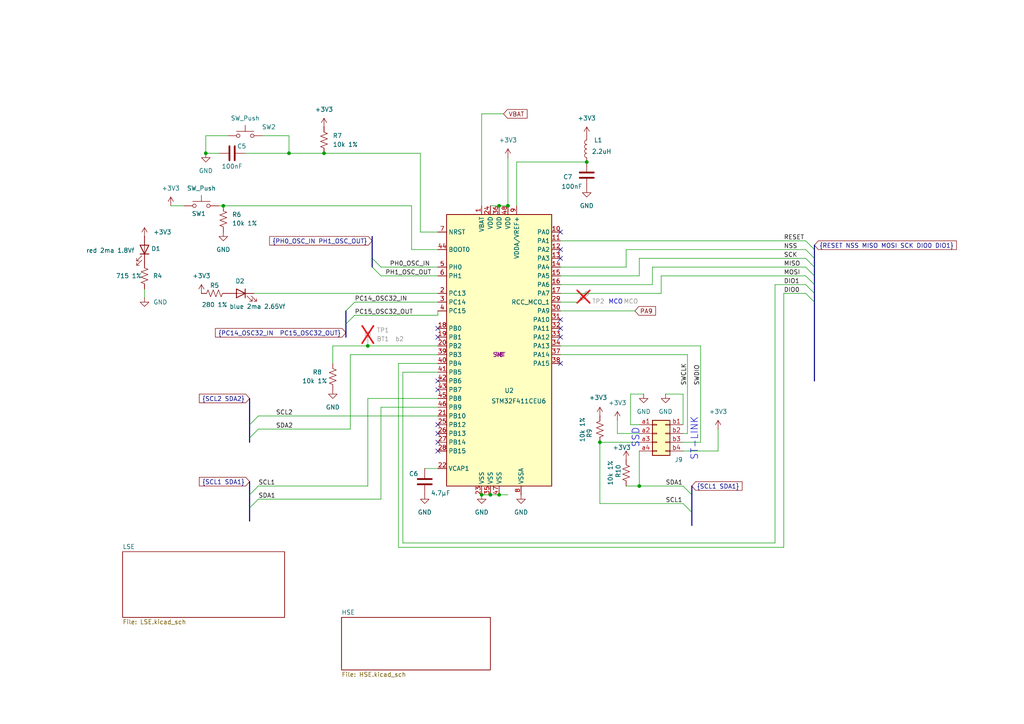
<source format=kicad_sch>
(kicad_sch (version 20250114) (generator "eeschema") (generator_version "9.0")
  (paper "A4")
  (title_block (title "F411-RFM95W") (date "2025-09-09") (rev "v0.1.0"))
  (lib_symbols
    (symbol "ProjectLib:C" (pin_numbers (hide yes)) (pin_names (offset 0.254))
      (property "Reference" "C" (at 0.635 2.54 0))
      (property "Value" "C" (at 0.635 -2.54 0))
      (symbol "C_0_1"
        (polyline (pts (xy -2.032 0.762) (xy 2.032 0.762)) (stroke (width 0.508)))
        (polyline (pts (xy -2.032 -0.762) (xy 2.032 -0.762)) (stroke (width 0.508)))
      )
      (symbol "C_1_1"
        (pin passive line (at 0 3.81 270) (length 2.794) (name "~") (number "1"))
        (pin passive line (at 0 -3.81 90) (length 2.794) (name "~") (number "2"))
      )
    )
    (symbol "ProjectLib:Conn_02x04_Row_Letter_First" (pin_names (offset 1.016) (hide yes))
      (property "Reference" "J" (at 1.27 5.08 0))
      (property "Value" "Conn_02x04_Row_Letter_First" (at 1.27 -7.62 0))
      (symbol "Conn_02x04_Row_Letter_First_1_1"
        (rectangle (start -1.27 3.81) (end 3.81 -6.35) (stroke (width 0.254)) (fill (type background)))
        (rectangle (start -1.27 2.667) (end 0 2.413) (stroke (width 0.1524)))
        (rectangle (start -1.27 0.127) (end 0 -0.127) (stroke (width 0.1524)))
        (rectangle (start -1.27 -2.413) (end 0 -2.667) (stroke (width 0.1524)))
        (rectangle (start -1.27 -4.953) (end 0 -5.207) (stroke (width 0.1524)))
        (rectangle (start 3.81 2.667) (end 2.54 2.413) (stroke (width 0.1524)))
        (rectangle (start 3.81 0.127) (end 2.54 -0.127) (stroke (width 0.1524)))
        (rectangle (start 3.81 -2.413) (end 2.54 -2.667) (stroke (width 0.1524)))
        (rectangle (start 3.81 -4.953) (end 2.54 -5.207) (stroke (width 0.1524)))
        (pin passive line (at -5.08 2.54 0) (length 3.81) (name "Pin_a1") (number "a1"))
        (pin passive line (at -5.08 0 0) (length 3.81) (name "Pin_a2") (number "a2"))
        (pin passive line (at -5.08 -2.54 0) (length 3.81) (name "Pin_a3") (number "a3"))
        (pin passive line (at -5.08 -5.08 0) (length 3.81) (name "Pin_a4") (number "a4"))
        (pin passive line (at 7.62 2.54 180) (length 3.81) (name "Pin_b1") (number "b1"))
        (pin passive line (at 7.62 0 180) (length 3.81) (name "Pin_b2") (number "b2"))
        (pin passive line (at 7.62 -2.54 180) (length 3.81) (name "Pin_b3") (number "b3"))
        (pin passive line (at 7.62 -5.08 180) (length 3.81) (name "Pin_b4") (number "b4"))
      )
    )
    (symbol "ProjectLib:L" (pin_numbers (hide yes)) (pin_names (offset 1.016) (hide yes))
      (property "Reference" "L" (at -1.27 0 90))
      (property "Value" "L" (at 1.905 0 90))
      (symbol "L_0_1"
        (arc (start 0 2.54) (mid 0.6323 1.905) (end 0 1.27))
        (arc (start 0 1.27) (mid 0.6323 0.635) (end 0 0))
        (arc (start 0 0) (mid 0.6323 -0.635) (end 0 -1.27))
        (arc (start 0 -1.27) (mid 0.6323 -1.905) (end 0 -2.54))
      )
      (symbol "L_1_1"
        (pin passive line (at 0 3.81 270) (length 1.27) (name "1") (number "1"))
        (pin passive line (at 0 -3.81 90) (length 1.27) (name "2") (number "2"))
      )
    )
    (symbol "ProjectLib:LED" (pin_numbers (hide yes)) (pin_names (offset 1.016) (hide yes))
      (property "Reference" "D" (at 0 2.54 0))
      (property "Value" "LED" (at 0 -2.54 0))
      (symbol "LED_0_1"
        (polyline (pts (xy -3.048 -0.762) (xy -4.572 -2.286) (xy -3.81 -2.286) (xy -4.572 -2.286) (xy -4.572 -1.524)))
        (polyline (pts (xy -1.778 -0.762) (xy -3.302 -2.286) (xy -2.54 -2.286) (xy -3.302 -2.286) (xy -3.302 -1.524)))
        (polyline (pts (xy -1.27 0) (xy 1.27 0)))
        (polyline (pts (xy -1.27 -1.27) (xy -1.27 1.27)) (stroke (width 0.254)))
        (polyline (pts (xy 1.27 -1.27) (xy 1.27 1.27) (xy -1.27 0) (xy 1.27 -1.27)) (stroke (width 0.254)))
      )
      (symbol "LED_1_1"
        (pin passive line (at -3.81 0 0) (length 2.54) (name "K") (number "1"))
        (pin passive line (at 3.81 0 180) (length 2.54) (name "A") (number "2"))
      )
    )
    (symbol "ProjectLib:R_US" (pin_numbers (hide yes)) (pin_names (offset 0))
      (property "Reference" "R" (at 2.54 0 90))
      (property "Value" "R_US" (at -2.54 0 90))
      (symbol "R_US_0_1"
        (polyline (pts (xy 0 2.286) (xy 0 2.54)))
        (polyline (pts (xy 0 2.286) (xy 1.016 1.905) (xy 0 1.524) (xy -1.016 1.143) (xy 0 0.762)))
        (polyline (pts (xy 0 0.762) (xy 1.016 0.381) (xy 0 0) (xy -1.016 -0.381) (xy 0 -0.762)))
        (polyline (pts (xy 0 -0.762) (xy 1.016 -1.143) (xy 0 -1.524) (xy -1.016 -1.905) (xy 0 -2.286)))
        (polyline (pts (xy 0 -2.286) (xy 0 -2.54)))
      )
      (symbol "R_US_1_1"
        (pin passive line (at 0 3.81 270) (length 1.27) (name "~") (number "1"))
        (pin passive line (at 0 -3.81 90) (length 1.27) (name "~") (number "2"))
      )
    )
    (symbol "ProjectLib:STM32F411CEUx"
      (property "Reference" "U" (at -15.24 41.91 0))
      (property "Value" "STM32F411CEUx" (at 7.62 41.91 0))
      (symbol "STM32F411CEUx_0_1"
        (rectangle (start -15.24 40.64) (end 15.24 -38.1) (stroke (width 0.254)) (fill (type background)))
      )
      (symbol "STM32F411CEUx_1_1"
        (pin input line (at -17.78 35.56 0) (length 2.54) (name "NRST") (number "7"))
        (pin input line (at -17.78 30.48 0) (length 2.54) (name "BOOT0") (number "44"))
        (pin bidirectional line (at -17.78 25.4 0) (length 2.54) (name "PH0") (number "5"))
        (pin bidirectional line (at -17.78 22.86 0) (length 2.54) (name "PH1") (number "6"))
        (pin bidirectional line (at -17.78 17.78 0) (length 2.54) (name "PC13") (number "2"))
        (pin bidirectional line (at -17.78 15.24 0) (length 2.54) (name "PC14") (number "3"))
        (pin bidirectional line (at -17.78 12.7 0) (length 2.54) (name "PC15") (number "4"))
        (pin bidirectional line (at -17.78 7.62 0) (length 2.54) (name "PB0") (number "18"))
        (pin bidirectional line (at -17.78 5.08 0) (length 2.54) (name "PB1") (number "19"))
        (pin bidirectional line (at -17.78 2.54 0) (length 2.54) (name "PB2") (number "20"))
        (pin bidirectional line (at -17.78 0 0) (length 2.54) (name "PB3") (number "39"))
        (pin bidirectional line (at -17.78 -2.54 0) (length 2.54) (name "PB4") (number "40"))
        (pin bidirectional line (at -17.78 -5.08 0) (length 2.54) (name "PB5") (number "41"))
        (pin bidirectional line (at -17.78 -7.62 0) (length 2.54) (name "PB6") (number "42"))
        (pin bidirectional line (at -17.78 -10.16 0) (length 2.54) (name "PB7") (number "43"))
        (pin bidirectional line (at -17.78 -12.7 0) (length 2.54) (name "PB8") (number "45"))
        (pin bidirectional line (at -17.78 -15.24 0) (length 2.54) (name "PB9") (number "46"))
        (pin bidirectional line (at -17.78 -17.78 0) (length 2.54) (name "PB10") (number "21"))
        (pin bidirectional line (at -17.78 -20.32 0) (length 2.54) (name "PB12") (number "25"))
        (pin bidirectional line (at -17.78 -22.86 0) (length 2.54) (name "PB13") (number "26"))
        (pin bidirectional line (at -17.78 -25.4 0) (length 2.54) (name "PB14") (number "27"))
        (pin bidirectional line (at -17.78 -27.94 0) (length 2.54) (name "PB15") (number "28"))
        (pin power_out line (at -17.78 -33.02 0) (length 2.54) (name "VCAP1") (number "22"))
        (pin power_in line (at -5.08 43.18 270) (length 2.54) (name "VBAT") (number "1"))
        (pin power_in line (at -5.08 -40.64 90) (length 2.54) (name "VSS") (number "23"))
        (pin power_in line (at -2.54 43.18 270) (length 2.54) (name "VDD") (number "24"))
        (pin power_in line (at -2.54 -40.64 90) (length 2.54) (name "VSS") (number "35"))
        (pin power_in line (at 0 43.18 270) (length 2.54) (name "VDD") (number "36"))
        (pin power_in line (at 0 -40.64 90) (length 2.54) (name "VSS") (number "47"))
        (pin power_in line (at 2.54 43.18 270) (length 2.54) (name "VDD") (number "48"))
        (pin power_in line (at 2.54 -40.64 90) (length 2.54) (hide yes) (name "VSS") (number "49"))
        (pin input line (at 5.08 43.18 270) (length 2.54) (name "VDDA/VREF+") (number "9"))
        (pin power_in line (at 6.35 -40.64 90) (length 2.54) (name "VSSA") (number "8"))
        (pin bidirectional line (at 17.78 35.56 180) (length 2.54) (name "PA0") (number "10"))
        (pin bidirectional line (at 17.78 33.02 180) (length 2.54) (name "PA1") (number "11"))
        (pin bidirectional line (at 17.78 30.48 180) (length 2.54) (name "PA2") (number "12"))
        (pin bidirectional line (at 17.78 27.94 180) (length 2.54) (name "PA3") (number "13"))
        (pin bidirectional line (at 17.78 25.4 180) (length 2.54) (name "PA4") (number "14"))
        (pin bidirectional line (at 17.78 22.86 180) (length 2.54) (name "PA5") (number "15"))
        (pin bidirectional line (at 17.78 20.32 180) (length 2.54) (name "PA6") (number "16"))
        (pin bidirectional line (at 17.78 17.78 180) (length 2.54) (name "PA7") (number "17"))
        (pin bidirectional line (at 17.78 15.24 180) (length 2.54) (name "PA8") (number "29") (alternate "RCC_MCO_1" bidirectional line))
        (pin bidirectional line (at 17.78 12.7 180) (length 2.54) (name "PA9") (number "30"))
        (pin bidirectional line (at 17.78 10.16 180) (length 2.54) (name "PA10") (number "31"))
        (pin bidirectional line (at 17.78 7.62 180) (length 2.54) (name "PA11") (number "32"))
        (pin bidirectional line (at 17.78 5.08 180) (length 2.54) (name "PA12") (number "33"))
        (pin bidirectional line (at 17.78 2.54 180) (length 2.54) (name "PA13") (number "34"))
        (pin bidirectional line (at 17.78 0 180) (length 2.54) (name "PA14") (number "37"))
        (pin bidirectional line (at 17.78 -2.54 180) (length 2.54) (name "PA15") (number "38"))
      )
    )
    (symbol "ProjectLib:SW_Push" (pin_numbers (hide yes)) (pin_names (offset 1.016) (hide yes))
      (property "Reference" "SW" (at 1.27 2.54 0))
      (property "Value" "SW_Push" (at 0 -1.524 0))
      (symbol "SW_Push_0_1"
        (circle (center -2.032 0) (radius 0.508))
        (polyline (pts (xy 0 1.27) (xy 0 3.048)))
        (circle (center 2.032 0) (radius 0.508))
        (polyline (pts (xy 2.54 1.27) (xy -2.54 1.27)))
        (pin passive line (at -5.08 0 0) (length 2.54) (name "1") (number "1"))
        (pin passive line (at 5.08 0 180) (length 2.54) (name "2") (number "2"))
      )
    )
    (symbol "ProjectLib:TestPoint" (pin_numbers (hide yes)) (pin_names (offset 0.762) (hide yes))
      (property "Reference" "TP" (at 0 6.858 0))
      (property "Value" "TestPoint" (at 0 5.08 0))
      (symbol "TestPoint_0_1"
        (circle (center 0 3.302) (radius 0.762))
      )
      (symbol "TestPoint_1_1"
        (pin passive line (at 0 0 90) (length 2.54) (name "1") (number "1"))
      )
    )
    (symbol "ProjectLib:TestPoint_Probe" (pin_numbers (hide yes)) (pin_names (offset 0.762) (hide yes)) (in_bom no)
      (property "Reference" "TP" (at 1.651 5.842 0))
      (property "Value" "TestPoint_Probe" (at 1.651 4.064 0))
      (symbol "TestPoint_Probe_0_1"
        (polyline (pts (xy 1.27 0.762) (xy 0 0) (xy 0.762 1.27) (xy 1.27 0.762)) (fill (type outline)))
        (polyline (pts (xy 1.397 0.635) (xy 0.635 1.397) (xy 2.413 3.175) (xy 3.175 2.413) (xy 1.397 0.635)) (fill (type background)))
      )
      (symbol "TestPoint_Probe_1_1"
        (pin passive line (at 0 0 90) (length 0) (name "1") (number "1"))
      )
    )
    (symbol "power:+3V3" (power) (pin_numbers (hide yes)) (pin_names (offset 0) (hide yes))
      (property "Value" "+3V3" (at 0 3.556 0))
      (symbol "+3V3_0_1"
        (polyline (pts (xy -0.762 1.27) (xy 0 2.54)))
        (polyline (pts (xy 0 2.54) (xy 0.762 1.27)))
        (polyline (pts (xy 0 0) (xy 0 2.54)))
      )
      (symbol "+3V3_1_1"
        (pin power_in line (at 0 0 90) (length 0) (name "~") (number "1"))
      )
    )
    (symbol "power:GND" (power) (pin_numbers (hide yes)) (pin_names (offset 0) (hide yes))
      (property "Value" "GND" (at 0 -3.81 0))
      (symbol "GND_0_1"
        (polyline (pts (xy 0 0) (xy 0 -1.27) (xy 1.27 -1.27) (xy 0 -2.54) (xy -1.27 -1.27) (xy 0 -1.27)))
      )
      (symbol "GND_1_1"
        (pin power_in line (at 0 0 270) (length 0) (name "~") (number "1"))
      )
    )
  )
  (text "MCO" (at 178.562 87.63 0) (effects (font (size 1.27 1.27))))
  (text "SSD" (at 184.404 127 90) (effects (font (size 2 2))))
  (text "ST-LINK" (at 201.422 127.254 90) (effects (font (size 2 2))))
  (junction (at 170.18 46.99))
  (junction (at 142.24 143.51))
  (junction (at 93.98 44.45))
  (junction (at 185.42 140.97))
  (junction (at 147.32 59.69))
  (junction (at 59.69 44.45))
  (junction (at 144.78 143.51))
  (junction (at 64.77 59.69))
  (junction (at 83.82 44.45))
  (junction (at 139.7 143.51))
  (junction (at 106.68 100.33))
  (junction (at 173.99 128.27))
  (junction (at 144.78 59.69))
  (no_connect (at 127 110.49))
  (no_connect (at 127 128.27))
  (no_connect (at 162.56 105.41))
  (no_connect (at 162.56 92.71))
  (no_connect (at 127 113.03))
  (no_connect (at 127 95.25))
  (no_connect (at 162.56 95.25))
  (no_connect (at 162.56 74.93))
  (no_connect (at 127 130.81))
  (no_connect (at 127 97.79))
  (no_connect (at 127 123.19))
  (no_connect (at 127 125.73))
  (no_connect (at 162.56 97.79))
  (no_connect (at 162.56 67.31))
  (no_connect (at 162.56 72.39))
  (bus_entry (at 72.39 123.19) (size 2.54 -2.54))
  (bus_entry (at 72.39 127) (size 2.54 -2.54))
  (bus_entry (at 72.39 143.51) (size 2.54 -2.54))
  (bus_entry (at 236.22 85.09) (size -2.54 -2.54))
  (bus_entry (at 100.33 90.17) (size 2.54 -2.54))
  (bus_entry (at 236.22 77.47) (size -2.54 -2.54))
  (bus_entry (at 236.22 74.93) (size -2.54 -2.54))
  (bus_entry (at 236.22 87.63) (size -2.54 -2.54))
  (bus_entry (at 107.95 74.93) (size 2.54 2.54))
  (bus_entry (at 200.66 143.51) (size -2.54 -2.54))
  (bus_entry (at 100.33 93.98) (size 2.54 -2.54))
  (bus_entry (at 236.22 80.01) (size -2.54 -2.54))
  (bus_entry (at 236.22 82.55) (size -2.54 -2.54))
  (bus_entry (at 107.95 77.47) (size 2.54 2.54))
  (bus_entry (at 236.22 72.39) (size -2.54 -2.54))
  (bus_entry (at 72.39 147.32) (size 2.54 -2.54))
  (bus_entry (at 200.66 148.59) (size -2.54 -2.54))
  (wire (pts (xy 101.6 124.46) (xy 74.93 124.46)))
  (wire (pts (xy 162.56 87.63) (xy 167.64 87.63)))
  (wire (pts (xy 139.7 33.02) (xy 146.05 33.02)))
  (wire (pts (xy 185.42 80.01) (xy 185.42 74.93)))
  (wire (pts (xy 149.86 46.99) (xy 170.18 46.99)))
  (wire (pts (xy 110.49 77.47) (xy 127 77.47)))
  (wire (pts (xy 83.82 44.45) (xy 83.82 39.37)))
  (bus (pts (xy 236.22 77.47) (xy 236.22 80.01)))
  (bus (pts (xy 72.39 115.57) (xy 72.39 123.19)))
  (wire (pts (xy 59.69 39.37) (xy 59.69 44.45)))
  (wire (pts (xy 162.56 82.55) (xy 189.23 82.55)))
  (wire (pts (xy 121.92 44.45) (xy 93.98 44.45)))
  (bus (pts (xy 236.22 74.93) (xy 236.22 77.47)))
  (bus (pts (xy 236.22 82.55) (xy 236.22 85.09)))
  (wire (pts (xy 224.79 157.48) (xy 224.79 82.55)))
  (wire (pts (xy 208.28 124.46) (xy 208.28 130.81)))
  (bus (pts (xy 100.33 90.17) (xy 100.33 93.98)))
  (wire (pts (xy 193.04 114.3) (xy 198.12 114.3)))
  (wire (pts (xy 162.56 80.01) (xy 185.42 80.01)))
  (wire (pts (xy 102.87 87.63) (xy 127 87.63)))
  (wire (pts (xy 144.78 143.51) (xy 147.32 143.51)))
  (wire (pts (xy 162.56 102.87) (xy 199.39 102.87)))
  (bus (pts (xy 72.39 143.51) (xy 72.39 147.32)))
  (wire (pts (xy 182.88 123.19) (xy 185.42 123.19)))
  (wire (pts (xy 189.23 82.55) (xy 189.23 77.47)))
  (bus (pts (xy 236.22 87.63) (xy 236.22 110.49)))
  (wire (pts (xy 41.91 83.82) (xy 41.91 86.36)))
  (wire (pts (xy 101.6 102.87) (xy 127 102.87)))
  (wire (pts (xy 191.77 85.09) (xy 191.77 80.01)))
  (wire (pts (xy 127 91.44) (xy 127 90.17)))
  (wire (pts (xy 110.49 80.01) (xy 127 80.01)))
  (wire (pts (xy 106.68 115.57) (xy 106.68 140.97)))
  (wire (pts (xy 199.39 102.87) (xy 199.39 125.73)))
  (wire (pts (xy 110.49 144.78) (xy 110.49 118.11)))
  (wire (pts (xy 142.24 59.69) (xy 144.78 59.69)))
  (wire (pts (xy 179.07 121.92) (xy 179.07 125.73)))
  (wire (pts (xy 162.56 85.09) (xy 191.77 85.09)))
  (wire (pts (xy 116.84 107.95) (xy 116.84 157.48)))
  (wire (pts (xy 162.56 100.33) (xy 203.2 100.33)))
  (wire (pts (xy 121.92 44.45) (xy 121.92 67.31)))
  (wire (pts (xy 74.93 120.65) (xy 127 120.65)))
  (wire (pts (xy 227.33 85.09) (xy 227.33 158.75)))
  (wire (pts (xy 83.82 44.45) (xy 93.98 44.45)))
  (bus (pts (xy 236.22 72.39) (xy 236.22 74.93)))
  (wire (pts (xy 147.32 45.72) (xy 147.32 59.69)))
  (wire (pts (xy 119.38 59.69) (xy 119.38 72.39)))
  (wire (pts (xy 96.52 100.33) (xy 96.52 105.41)))
  (bus (pts (xy 107.95 68.58) (xy 107.95 74.93)))
  (wire (pts (xy 179.07 125.73) (xy 185.42 125.73)))
  (wire (pts (xy 227.33 85.09) (xy 233.68 85.09)))
  (bus (pts (xy 236.22 71.12) (xy 236.22 72.39)))
  (wire (pts (xy 173.99 146.05) (xy 198.12 146.05)))
  (wire (pts (xy 106.68 100.33) (xy 96.52 100.33)))
  (wire (pts (xy 162.56 77.47) (xy 181.61 77.47)))
  (wire (pts (xy 162.56 90.17) (xy 184.15 90.17)))
  (wire (pts (xy 139.7 33.02) (xy 139.7 59.69)))
  (wire (pts (xy 181.61 77.47) (xy 181.61 72.39)))
  (wire (pts (xy 198.12 114.3) (xy 198.12 123.19)))
  (bus (pts (xy 200.66 143.51) (xy 200.66 148.59)))
  (wire (pts (xy 76.2 39.37) (xy 83.82 39.37)))
  (wire (pts (xy 101.6 102.87) (xy 101.6 124.46)))
  (bus (pts (xy 236.22 85.09) (xy 236.22 87.63)))
  (bus (pts (xy 72.39 139.7) (xy 72.39 143.51)))
  (wire (pts (xy 185.42 130.81) (xy 185.42 140.97)))
  (wire (pts (xy 119.38 72.39) (xy 127 72.39)))
  (wire (pts (xy 127 105.41) (xy 115.57 105.41)))
  (wire (pts (xy 191.77 80.01) (xy 233.68 80.01)))
  (wire (pts (xy 203.2 128.27) (xy 198.12 128.27)))
  (bus (pts (xy 72.39 127) (xy 72.39 128.27)))
  (bus (pts (xy 200.66 148.59) (xy 200.66 152.4)))
  (wire (pts (xy 71.12 44.45) (xy 83.82 44.45)))
  (wire (pts (xy 127 115.57) (xy 106.68 115.57)))
  (wire (pts (xy 139.7 143.51) (xy 142.24 143.51)))
  (wire (pts (xy 144.78 59.69) (xy 147.32 59.69)))
  (wire (pts (xy 224.79 82.55) (xy 233.68 82.55)))
  (wire (pts (xy 49.53 59.69) (xy 53.34 59.69)))
  (wire (pts (xy 186.69 114.3) (xy 182.88 114.3)))
  (wire (pts (xy 162.56 69.85) (xy 233.68 69.85)))
  (wire (pts (xy 102.87 91.44) (xy 127 91.44)))
  (wire (pts (xy 116.84 157.48) (xy 224.79 157.48)))
  (wire (pts (xy 182.88 114.3) (xy 182.88 123.19)))
  (bus (pts (xy 72.39 123.19) (xy 72.39 127)))
  (wire (pts (xy 74.93 144.78) (xy 110.49 144.78)))
  (bus (pts (xy 236.22 80.01) (xy 236.22 82.55)))
  (wire (pts (xy 142.24 143.51) (xy 144.78 143.51)))
  (wire (pts (xy 59.69 39.37) (xy 66.04 39.37)))
  (wire (pts (xy 181.61 140.97) (xy 185.42 140.97)))
  (wire (pts (xy 185.42 140.97) (xy 198.12 140.97)))
  (wire (pts (xy 198.12 130.81) (xy 208.28 130.81)))
  (wire (pts (xy 227.33 158.75) (xy 115.57 158.75)))
  (wire (pts (xy 63.5 59.69) (xy 64.77 59.69)))
  (wire (pts (xy 123.19 135.89) (xy 127 135.89)))
  (wire (pts (xy 59.69 44.45) (xy 63.5 44.45)))
  (wire (pts (xy 121.92 67.31) (xy 127 67.31)))
  (wire (pts (xy 115.57 105.41) (xy 115.57 158.75)))
  (wire (pts (xy 198.12 125.73) (xy 199.39 125.73)))
  (wire (pts (xy 181.61 72.39) (xy 233.68 72.39)))
  (wire (pts (xy 106.68 100.33) (xy 127 100.33)))
  (wire (pts (xy 173.99 128.27) (xy 173.99 146.05)))
  (bus (pts (xy 72.39 147.32) (xy 72.39 151.13)))
  (wire (pts (xy 185.42 74.93) (xy 233.68 74.93)))
  (wire (pts (xy 189.23 77.47) (xy 233.68 77.47)))
  (wire (pts (xy 74.93 140.97) (xy 106.68 140.97)))
  (bus (pts (xy 100.33 93.98) (xy 100.33 97.79)))
  (wire (pts (xy 127 107.95) (xy 116.84 107.95)))
  (bus (pts (xy 107.95 74.93) (xy 107.95 77.47)))
  (bus (pts (xy 200.66 140.97) (xy 200.66 143.51)))
  (wire (pts (xy 203.2 100.33) (xy 203.2 128.27)))
  (wire (pts (xy 64.77 59.69) (xy 119.38 59.69)))
  (wire (pts (xy 173.99 128.27) (xy 185.42 128.27)))
  (wire (pts (xy 110.49 118.11) (xy 127 118.11)))
  (wire (pts (xy 73.66 85.09) (xy 127 85.09)))
  (wire (pts (xy 149.86 46.99) (xy 149.86 59.69)))
  (label "MOSI" (at 227.33 80.01 0))
  (label "SDA1" (at 74.93 144.78 0))
  (label "SDA2" (at 80.01 124.46 0))
  (label "SDA1" (at 193.04 140.97 0))
  (label "SWCLK" (at 199.39 111.76 90))
  (label "DIO1" (at 227.33 82.55 0))
  (label "NSS" (at 227.33 72.39 0))
  (label "SCL2" (at 80.01 120.65 0))
  (label "RESET" (at 227.33 69.85 0))
  (label "PC15_OSC32_OUT" (at 102.87 91.44 0))
  (label "SWDIO" (at 203.2 111.76 90))
  (label "SCL1" (at 74.93 140.97 0))
  (label "PH1_OSC_OUT" (at 111.76 80.01 0))
  (label "PC14_OSC32_IN" (at 102.87 87.63 0))
  (label "PH0_OSC_IN" (at 113.03 77.47 0))
  (label "MISO" (at 227.33 77.47 0))
  (label "SCK" (at 227.33 74.93 0))
  (label "DIO0" (at 227.33 85.09 0))
  (label "SCL1" (at 193.04 146.05 0))
  (global_label "{SCL1 SDA1}" (shape input) (at 200.66 140.97 0) (property "Intersheetrefs" "${INTERSHEET_REFS}" (effects (hide yes))))
  (global_label "{PH0_OSC_IN PH1_OSC_OUT}" (shape input) (at 107.95 69.85 180) (property "Intersheetrefs" "${INTERSHEET_REFS}" (effects (hide yes))))
  (global_label "{SCL1 SDA1}" (shape input) (at 72.39 139.7 180) (property "Intersheetrefs" "${INTERSHEET_REFS}" (effects (hide yes))))
  (global_label "{PC14_OSC32_IN  PC15_OSC32_OUT}" (shape input) (at 100.33 96.52 180) (property "Intersheetrefs" "${INTERSHEET_REFS}" (effects (hide yes))))
  (global_label "VBAT" (shape input) (at 146.05 33.02 0) (property "Intersheetrefs" "${INTERSHEET_REFS}" (effects (hide yes))))
  (global_label "PA9" (shape input) (at 184.15 90.17 0) (property "Intersheetrefs" "${INTERSHEET_REFS}" (effects (hide yes))))
  (global_label "{SCL2 SDA2}" (shape input) (at 72.39 115.57 180) (property "Intersheetrefs" "${INTERSHEET_REFS}" (effects (hide yes))))
  (global_label "{RESET NSS MISO MOSI SCK DIO0 DIO1}" (shape input) (at 236.22 71.12 0) (property "Intersheetrefs" "${INTERSHEET_REFS}" (effects (hide yes))))
  (symbol (lib_id "ProjectLib:R_US") (at 64.77 63.5 0) (unit 1)
    (property "Reference" "R6" (at 67.31 62.2299 0) (effects (justify left)))
    (property "Value" "10k 1%" (at 67.31 64.7699 0) (effects (justify left)))
    (property "Footprint" "ProjectLib:R_0402_1005Metric" (effects (hide yes)))
    (property "Description" "Resistor, US symbol" (effects (hide yes)))
    (property "MountType" "SMT" (effects (hide yes)))
    (property "pads" "2" (effects (hide yes)))
    (property "Package" "R_0402_1005Metric" (effects (hide yes)))
    (property "Notes" "or equivalent" (effects (hide yes)))
  )
  (symbol (lib_id "ProjectLib:TestPoint_Probe") (at 167.64 87.63 0) (unit 1) (in_bom no) (dnp yes)
    (property "Reference" "TP2" (at 171.704 87.376 0) (effects (justify left)))
    (property "Value" "MCO" (at 180.848 87.376 0) (effects (justify left)))
    (property "Footprint" "ProjectLib:TestPoint_Pad_D1.0mm" (effects (hide yes)))
    (property "Description" "test point" (effects (hide yes)))
    (property "MountType" "SMT" (effects (hide yes)))
  )
  (symbol (lib_id "ProjectLib:R_US") (at 181.61 137.16 0) (unit 1)
    (property "Reference" "R10" (at 179.324 136.652 90))
    (property "Value" "10k 1%" (at 177.038 137.16 90))
    (property "Footprint" "ProjectLib:R_0402_1005Metric" (effects (hide yes)))
    (property "Description" "Resistor, US symbol" (effects (hide yes)))
    (property "MountType" "SMT" (effects (hide yes)))
    (property "pads" "2" (effects (hide yes)))
    (property "Package" "R_0402_1005Metric" (effects (hide yes)))
    (property "Notes" "or equivalent" (effects (hide yes)))
  )
  (symbol (lib_id "power:+3V3") (at 170.18 39.37 0) (unit 1)
    (property "Reference" "#PWR022" (effects (hide yes)))
    (property "Value" "+3V3" (at 170.18 34.29 0))
    (property "Description" "Power symbol creates a global label with name \"+3V3\"" (effects (hide yes)))
  )
  (symbol (lib_id "power:GND") (at 64.77 67.31 0) (unit 1)
    (property "Reference" "#PWR015" (effects (hide yes)))
    (property "Value" "GND" (at 64.77 72.39 0))
    (property "Description" "Power symbol creates a global label with name \"GND\" , ground" (effects (hide yes)))
  )
  (symbol (lib_id "power:GND") (at 96.52 113.03 0) (unit 1)
    (property "Reference" "#PWR017" (effects (hide yes)))
    (property "Value" "GND" (at 96.52 118.11 0))
    (property "Description" "Power symbol creates a global label with name \"GND\" , ground" (effects (hide yes)))
  )
  (symbol (lib_id "power:+3V3") (at 49.53 59.69 0) (unit 1)
    (property "Reference" "#PWR012" (effects (hide yes)))
    (property "Value" "+3V3" (at 49.53 54.61 0))
    (property "Description" "Power symbol creates a global label with name \"+3V3\"" (effects (hide yes)))
  )
  (symbol (lib_id "ProjectLib:C") (at 123.19 139.7 0) (unit 1)
    (property "Reference" "C6" (at 118.618 137.414 0) (effects (justify left)))
    (property "Value" "4.7µF" (at 124.968 143.002 0) (effects (justify left)))
    (property "Footprint" "ProjectLib:C_0402_1005Metric" (effects (hide yes)))
    (property "Description" "Unpolarized capacitor" (effects (hide yes)))
    (property "MountType" "SMT" (effects (hide yes)))
    (property "pads" "2" (effects (hide yes)))
    (property "Package" "C_0402_1005Metric" (effects (hide yes)))
    (property "Notes" "or equivalent" (effects (hide yes)))
  )
  (symbol (lib_id "ProjectLib:LED") (at 69.85 85.09 0) (mirror y) (unit 1)
    (property "Reference" "D2" (at 69.596 81.534 0))
    (property "Value" "blue 2ma 2.65Vf" (at 74.676 88.9 0))
    (property "Footprint" "ProjectLib:LED_0603_1608Metric" (effects (hide yes)))
    (property "Description" "Light emitting diode" (effects (hide yes)))
    (property "Manufacturer" "Kingbright" (effects (hide yes)))
    (property "MfgPart" "APT1608LVBC/D" (effects (hide yes)))
    (property "MountType" "SMT" (effects (hide yes)))
    (property "Notes" "or equivalent " (effects (hide yes)))
    (property "pads" "2" (effects (hide yes)))
    (property "Package" "LED_0603_1608Metric" (effects (hide yes)))
  )
  (symbol (lib_id "ProjectLib:TestPoint") (at 106.68 100.33 0) (unit 1) (dnp yes)
    (property "Reference" "TP1" (at 109.22 95.7579 0) (effects (justify left)))
    (property "Value" "BT1  b2" (at 109.22 98.2979 0) (effects (justify left)))
    (property "Footprint" "ProjectLib:TestPoint_Pad_D1.0mm" (effects (hide yes)))
    (property "Description" "test point" (effects (hide yes)))
    (property "MountType" "SMT" (effects (hide yes)))
  )
  (symbol (lib_id "power:GND") (at 139.7 143.51 0) (unit 1)
    (property "Reference" "#PWR019" (effects (hide yes)))
    (property "Value" "GND" (at 139.7 148.59 0))
    (property "Description" "Power symbol creates a global label with name \"GND\" , ground" (effects (hide yes)))
  )
  (symbol (lib_id "power:GND") (at 59.69 44.45 0) (unit 1)
    (property "Reference" "#PWR014" (effects (hide yes)))
    (property "Value" "GND" (at 59.69 49.53 0))
    (property "Description" "Power symbol creates a global label with name \"GND\" , ground" (effects (hide yes)))
  )
  (symbol (lib_id "power:+3V3") (at 181.61 133.35 0) (mirror y) (unit 1)
    (property "Reference" "#PWR026" (effects (hide yes)))
    (property "Value" "+3V3" (at 180.34 129.794 0))
    (property "Description" "Power symbol creates a global label with name \"+3V3\"" (effects (hide yes)))
  )
  (symbol (lib_id "power:+3V3") (at 179.07 121.92 0) (unit 1)
    (property "Reference" "#PWR025" (effects (hide yes)))
    (property "Value" "+3V3" (at 179.07 116.84 0))
    (property "Description" "Power symbol creates a global label with name \"+3V3\"" (effects (hide yes)))
  )
  (symbol (lib_id "ProjectLib:R_US") (at 96.52 109.22 0) (unit 1)
    (property "Reference" "R8" (at 90.678 107.95 0) (effects (justify left)))
    (property "Value" "10k 1%" (at 87.63 110.49 0) (effects (justify left)))
    (property "Footprint" "ProjectLib:R_0402_1005Metric" (effects (hide yes)))
    (property "Description" "Resistor, US symbol" (effects (hide yes)))
    (property "MountType" "SMT" (effects (hide yes)))
    (property "pads" "2" (effects (hide yes)))
    (property "Package" "R_0402_1005Metric" (effects (hide yes)))
    (property "Notes" "or equivalent" (effects (hide yes)))
  )
  (symbol (lib_id "power:+3V3") (at 173.99 120.65 0) (unit 1)
    (property "Reference" "#PWR024" (effects (hide yes)))
    (property "Value" "+3V3" (at 173.482 115.316 0))
    (property "Description" "Power symbol creates a global label with name \"+3V3\"" (effects (hide yes)))
  )
  (symbol (lib_id "ProjectLib:Conn_02x04_Row_Letter_First") (at 190.5 125.73 0) (unit 1)
    (property "Reference" "J9" (at 196.85 133.35 0))
    (property "Value" "Conn_02x04_Top_Bottom" (effects (hide yes)))
    (property "Footprint" "ProjectLib:PinSocket_2x04_P2.54mm_Vertical_SMD" (effects (hide yes)))
    (property "Description" "Generic connector, double row, 02x04, row letter first pin numbering scheme (pin number consists of a letter for the row and a number for the pin index in this row. a1, ..., aN; b1, ..., bN), script generated (kicad-library-utils/schlib/autogen/connector/)" (effects (hide yes)))
    (property "Manufacturer" "Hong Cheng" (effects (hide yes)))
    (property "MfgPart" "HC-PM254-5.0H-2x4PS-02A" (effects (hide yes)))
    (property "Notes" "or equivalent" (effects (hide yes)))
    (property "MountType" "SMT" (effects (hide yes)))
    (property "Package" "2x04_P2.54mm, verticle pinsocket" (effects (hide yes)))
  )
  (symbol (lib_id "power:GND") (at 170.18 54.61 0) (unit 1)
    (property "Reference" "#PWR023" (effects (hide yes)))
    (property "Value" "GND" (at 170.18 59.69 0))
    (property "Description" "Power symbol creates a global label with name \"GND\" , ground" (effects (hide yes)))
  )
  (symbol (lib_id "ProjectLib:C") (at 67.31 44.45 90) (unit 1)
    (property "Reference" "C5" (at 70.104 42.418 90))
    (property "Value" "100nF" (at 67.31 48.26 90))
    (property "Footprint" "ProjectLib:C_0402_1005Metric" (effects (hide yes)))
    (property "Description" "Unpolarized capacitor" (effects (hide yes)))
    (property "MountType" "SMT" (effects (hide yes)))
    (property "pads" "2" (effects (hide yes)))
    (property "Package" "C_0402_1005Metric" (effects (hide yes)))
    (property "Notes" "or equivalent" (effects (hide yes)))
  )
  (symbol (lib_id "ProjectLib:SW_Push") (at 58.42 59.69 0) (unit 1)
    (property "Reference" "SW1" (at 57.658 61.976 0))
    (property "Value" "SW_Push" (at 58.42 54.61 0))
    (property "Footprint" "ProjectLib:SW_SPST_B3U-1000P" (effects (hide yes)))
    (property "Description" "Push button switch, generic, two pins" (effects (hide yes)))
    (property "MountType" "SMT" (effects (hide yes)))
    (property "Manufacturer" "Omron" (effects (hide yes)))
    (property "MfgPart" "B3U-1000P" (effects (hide yes)))
    (property "pads" "2" (effects (hide yes)))
    (property "Package" "SW_SPST_B3U-1000P" (effects (hide yes)))
    (property "Notes" "or equivalent" (effects (hide yes)))
  )
  (symbol (lib_id "ProjectLib:C") (at 170.18 50.8 0) (unit 1)
    (property "Reference" "C7" (at 163.322 51.308 0) (effects (justify left)))
    (property "Value" "100nF" (at 162.814 54.102 0) (effects (justify left)))
    (property "Footprint" "ProjectLib:C_0402_1005Metric" (effects (hide yes)))
    (property "Description" "Unpolarized capacitor" (effects (hide yes)))
    (property "MountType" "SMT" (effects (hide yes)))
    (property "pads" "2" (effects (hide yes)))
    (property "Package" "C_0402_1005Metric" (effects (hide yes)))
    (property "Notes" "or equivalent" (effects (hide yes)))
  )
  (symbol (lib_id "ProjectLib:SW_Push") (at 71.12 39.37 0) (unit 1)
    (property "Reference" "SW2" (at 77.978 36.83 0))
    (property "Value" "SW_Push" (at 71.12 34.29 0))
    (property "Footprint" "ProjectLib:SW_SPST_B3U-1000P" (effects (hide yes)))
    (property "Description" "Push button switch, generic, two pins" (effects (hide yes)))
    (property "MountType" "SMT" (effects (hide yes)))
    (property "Manufacturer" "Omron" (effects (hide yes)))
    (property "MfgPart" "B3U-1000P" (effects (hide yes)))
    (property "pads" "2" (effects (hide yes)))
    (property "Package" "SW_SPST_B3U-1000P" (effects (hide yes)))
    (property "Notes" "or equivalent" (effects (hide yes)))
  )
  (symbol (lib_id "ProjectLib:STM32F411CEUx") (at 144.78 102.87 0) (unit 1)
    (property "Reference" "U2" (at 146.304 113.284 0) (effects (justify left)))
    (property "Value" "STM32F411CEU6" (at 142.494 116.332 0) (effects (justify left)))
    (property "Footprint" "Package_DFN_QFN:QFN-48-1EP_7x7mm_P0.5mm_EP5.6x5.6mm" (effects (hide yes)))
    (property "Datasheet" "https://www.st.com/resource/en/datasheet/stm32f411ce.pdf" (effects (hide yes)))
    (property "Description" "STMicroelectronics Arm Cortex-M4 MCU, 512KB flash, 128KB RAM, 100 MHz, 1.7-3.6V, 36 GPIO, UFQFPN48" (effects (hide yes)))
    (property "Manufacturer" "STM" (effects (hide yes)))
    (property "MfgPart" "STM32F411CEU6" (effects (hide yes)))
    (property "MountType" "SMT" (at 144.78 102.87 0))
    (property "pads" "48" (at 144.78 102.87 0))
    (property "Package" "QFN-48-1EP_7x7mm_P0.5mm_EP5.6x5.6mm" (effects (hide yes)))
    (pin "29" (alternate "RCC_MCO_1"))
  )
  (symbol (lib_id "power:+3V3") (at 147.32 45.72 0) (unit 1)
    (property "Reference" "#PWR020" (effects (hide yes)))
    (property "Value" "+3V3" (at 147.32 40.64 0))
    (property "Description" "Power symbol creates a global label with name \"+3V3\"" (effects (hide yes)))
  )
  (symbol (lib_id "power:+3V3") (at 41.91 68.58 0) (unit 1)
    (property "Reference" "#PWR010" (effects (hide yes)))
    (property "Value" "+3V3" (at 44.45 67.3099 0) (effects (justify left)))
    (property "Description" "Power symbol creates a global label with name \"+3V3\"" (effects (hide yes)))
  )
  (symbol (lib_id "ProjectLib:L") (at 170.18 43.18 180) (unit 1)
    (property "Reference" "L1" (at 173.482 40.64 0))
    (property "Value" "2.2uH" (at 174.498 43.942 0))
    (property "Footprint" "ProjectLib:L_0402_1005Metric" (effects (hide yes)))
    (property "Description" "Inductor" (effects (hide yes)))
    (property "MountType" "SMT" (effects (hide yes)))
    (property "Manufacturer" "TDK" (effects (hide yes)))
    (property "MfgPart" " MLZ1005M2R2WT000" (effects (hide yes)))
    (property "Notes" "or equivalent" (effects (hide yes)))
    (property "pads" "2" (effects (hide yes)))
    (property "Package" "L_0402_1005Metric" (effects (hide yes)))
  )
  (symbol (lib_id "power:GND") (at 186.69 114.3 0) (unit 1)
    (property "Reference" "#PWR027" (effects (hide yes)))
    (property "Value" "GND" (at 186.69 119.38 0))
    (property "Description" "Power symbol creates a global label with name \"GND\" , ground" (effects (hide yes)))
  )
  (symbol (lib_id "power:+3V3") (at 93.98 36.83 0) (unit 1)
    (property "Reference" "#PWR016" (effects (hide yes)))
    (property "Value" "+3V3" (at 93.98 31.75 0))
    (property "Description" "Power symbol creates a global label with name \"+3V3\"" (effects (hide yes)))
  )
  (symbol (lib_id "power:GND") (at 151.13 143.51 0) (unit 1)
    (property "Reference" "#PWR021" (effects (hide yes)))
    (property "Value" "GND" (at 151.13 148.59 0))
    (property "Description" "Power symbol creates a global label with name \"GND\" , ground" (effects (hide yes)))
  )
  (symbol (lib_id "power:GND") (at 193.04 114.3 0) (unit 1)
    (property "Reference" "#PWR028" (effects (hide yes)))
    (property "Value" "GND" (at 193.04 119.38 0))
    (property "Description" "Power symbol creates a global label with name \"GND\" , ground" (effects (hide yes)))
  )
  (symbol (lib_id "power:+3V3") (at 208.28 124.46 0) (unit 1)
    (property "Reference" "#PWR029" (effects (hide yes)))
    (property "Value" "+3V3" (at 208.28 119.38 0))
    (property "Description" "Power symbol creates a global label with name \"+3V3\"" (effects (hide yes)))
  )
  (symbol (lib_id "ProjectLib:LED") (at 41.91 72.39 270) (mirror x) (unit 1)
    (property "Reference" "D1" (at 45.212 72.136 90))
    (property "Value" "red 2ma 1.8Vf" (at 32.004 72.644 90))
    (property "Footprint" "ProjectLib:LED_0603_1608Metric" (effects (hide yes)))
    (property "Description" "Light emitting diode" (effects (hide yes)))
    (property "Manufacturer" "Kingbright" (effects (hide yes)))
    (property "MfgPart" "APT1608LSECK/J3-PRV" (effects (hide yes)))
    (property "MountType" "SMT" (effects (hide yes)))
    (property "Notes" "or equivalent" (effects (hide yes)))
    (property "pads" "2" (effects (hide yes)))
    (property "Package" "LED_0603_1608Metric" (effects (hide yes)))
  )
  (symbol (lib_id "power:+3V3") (at 58.42 85.09 0) (unit 1)
    (property "Reference" "#PWR013" (effects (hide yes)))
    (property "Value" "+3V3" (at 58.42 80.01 0))
    (property "Description" "Power symbol creates a global label with name \"+3V3\"" (effects (hide yes)))
  )
  (symbol (lib_id "ProjectLib:R_US") (at 93.98 40.64 0) (unit 1)
    (property "Reference" "R7" (at 96.52 39.3699 0) (effects (justify left)))
    (property "Value" "10k 1%" (at 96.52 41.9099 0) (effects (justify left)))
    (property "Footprint" "ProjectLib:R_0402_1005Metric" (effects (hide yes)))
    (property "Description" "Resistor, US symbol" (effects (hide yes)))
    (property "MountType" "SMT" (effects (hide yes)))
    (property "pads" "2" (effects (hide yes)))
    (property "Package" "R_0402_1005Metric" (effects (hide yes)))
    (property "Notes" "or equivalent" (effects (hide yes)))
  )
  (symbol (lib_id "power:GND") (at 41.91 86.36 0) (unit 1)
    (property "Reference" "#PWR011" (effects (hide yes)))
    (property "Value" "GND" (at 44.45 87.6299 0) (effects (justify left)))
    (property "Description" "Power symbol creates a global label with name \"GND\" , ground" (effects (hide yes)))
  )
  (symbol (lib_id "ProjectLib:R_US") (at 173.99 124.46 0) (mirror y) (unit 1)
    (property "Reference" "R9" (at 170.942 127 90) (effects (justify left)))
    (property "Value" "10k 1%" (at 168.91 128.27 90) (effects (justify left)))
    (property "Footprint" "ProjectLib:R_0402_1005Metric" (effects (hide yes)))
    (property "Description" "Resistor, US symbol" (effects (hide yes)))
    (property "MountType" "SMT" (effects (hide yes)))
    (property "pads" "2" (effects (hide yes)))
    (property "Package" "R_0402_1005Metric" (effects (hide yes)))
    (property "Notes" "or equivalent" (effects (hide yes)))
  )
  (symbol (lib_id "ProjectLib:R_US") (at 62.23 85.09 90) (unit 1)
    (property "Reference" "R5" (at 62.23 82.804 90))
    (property "Value" "280 1%" (at 62.23 88.392 90))
    (property "Footprint" "ProjectLib:R_0402_1005Metric" (effects (hide yes)))
    (property "Description" "Resistor, US symbol" (effects (hide yes)))
    (property "MountType" "SMT" (effects (hide yes)))
    (property "pads" "2" (effects (hide yes)))
    (property "Package" "R_0402_1005Metric" (effects (hide yes)))
    (property "Notes" "or equivalent" (effects (hide yes)))
  )
  (symbol (lib_id "ProjectLib:R_US") (at 41.91 80.01 0) (unit 1)
    (property "Reference" "R4" (at 45.72 80.01 0))
    (property "Value" "715 1%" (at 37.338 80.01 0))
    (property "Footprint" "ProjectLib:R_0402_1005Metric" (effects (hide yes)))
    (property "Description" "Resistor, US symbol" (effects (hide yes)))
    (property "MountType" "SMT" (effects (hide yes)))
    (property "pads" "2" (effects (hide yes)))
    (property "Package" "R_0402_1005Metric" (effects (hide yes)))
    (property "Notes" "or equivalent" (effects (hide yes)))
  )
  (symbol (lib_id "power:GND") (at 123.19 143.51 0) (unit 1)
    (property "Reference" "#PWR018" (effects (hide yes)))
    (property "Value" "GND" (at 123.19 148.59 0))
    (property "Description" "Power symbol creates a global label with name \"GND\" , ground" (effects (hide yes)))
  )
  (sheet (at 99.06 179.07) (size 43.18 15.24) (stroke (width 0.1524))
    (property "Sheetname" "HSE" (at 99.06 178.3584 0) (effects (justify left bottom)))
    (property "Sheetfile" "HSE.kicad_sch" (at 99.06 194.8946 0) (effects (justify left top)))
  )
  (sheet (at 35.56 160.02) (size 46.99 19.05) (stroke (width 0.1524))
    (property "Sheetname" "LSE" (at 35.56 159.3084 0) (effects (justify left bottom)))
    (property "Sheetfile" "LSE.kicad_sch" (at 35.56 179.6546 0) (effects (justify left top)))
  )
)
</source>
